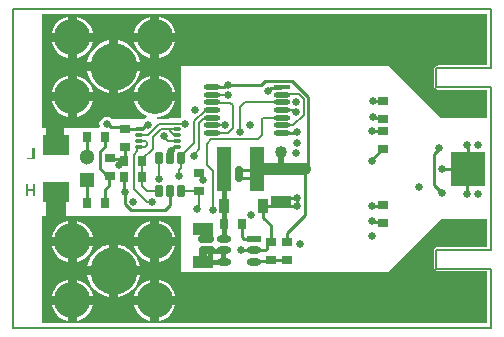
<source format=gbl>
G04*
G04 #@! TF.GenerationSoftware,Altium Limited,Altium Designer,20.0.11 (256)*
G04*
G04 Layer_Physical_Order=4*
G04 Layer_Color=9720587*
%FSLAX25Y25*%
%MOIN*%
G70*
G01*
G75*
%ADD11C,0.00600*%
%ADD28R,0.03543X0.02756*%
%ADD30R,0.02756X0.03543*%
G04:AMPARAMS|DCode=31|XSize=35.43mil|YSize=27.56mil|CornerRadius=4.13mil|HoleSize=0mil|Usage=FLASHONLY|Rotation=270.000|XOffset=0mil|YOffset=0mil|HoleType=Round|Shape=RoundedRectangle|*
%AMROUNDEDRECTD31*
21,1,0.03543,0.01929,0,0,270.0*
21,1,0.02717,0.02756,0,0,270.0*
1,1,0.00827,-0.00965,-0.01358*
1,1,0.00827,-0.00965,0.01358*
1,1,0.00827,0.00965,0.01358*
1,1,0.00827,0.00965,-0.01358*
%
%ADD31ROUNDEDRECTD31*%
G04:AMPARAMS|DCode=32|XSize=23.62mil|YSize=39.37mil|CornerRadius=2.01mil|HoleSize=0mil|Usage=FLASHONLY|Rotation=0.000|XOffset=0mil|YOffset=0mil|HoleType=Round|Shape=RoundedRectangle|*
%AMROUNDEDRECTD32*
21,1,0.02362,0.03535,0,0,0.0*
21,1,0.01961,0.03937,0,0,0.0*
1,1,0.00402,0.00980,-0.01768*
1,1,0.00402,-0.00980,-0.01768*
1,1,0.00402,-0.00980,0.01768*
1,1,0.00402,0.00980,0.01768*
%
%ADD32ROUNDEDRECTD32*%
%ADD33R,0.03543X0.04724*%
%ADD36R,0.11811X0.11811*%
G04:AMPARAMS|DCode=37|XSize=35.43mil|YSize=27.56mil|CornerRadius=4.13mil|HoleSize=0mil|Usage=FLASHONLY|Rotation=0.000|XOffset=0mil|YOffset=0mil|HoleType=Round|Shape=RoundedRectangle|*
%AMROUNDEDRECTD37*
21,1,0.03543,0.01929,0,0,0.0*
21,1,0.02717,0.02756,0,0,0.0*
1,1,0.00827,0.01358,-0.00965*
1,1,0.00827,-0.01358,-0.00965*
1,1,0.00827,-0.01358,0.00965*
1,1,0.00827,0.01358,0.00965*
%
%ADD37ROUNDEDRECTD37*%
%ADD40C,0.01000*%
%ADD41C,0.00700*%
%ADD42C,0.00800*%
%ADD43C,0.02500*%
%ADD44C,0.01500*%
%ADD45C,0.02000*%
%ADD46R,0.05118X0.05118*%
%ADD47C,0.05118*%
%ADD48C,0.12000*%
%ADD49C,0.15748*%
%ADD50C,0.02559*%
%ADD52R,0.08500X0.07000*%
%ADD53O,0.05512X0.01772*%
%ADD54R,0.05512X0.01772*%
%ADD55O,0.03150X0.01181*%
%ADD56R,0.06693X0.04331*%
%ADD57C,0.04000*%
%ADD58R,0.04724X0.14567*%
%ADD59R,0.04724X0.02362*%
%ADD60O,0.04724X0.02362*%
%ADD61C,0.04000*%
%ADD62R,0.07000X0.06500*%
%ADD63R,0.06100X0.06400*%
G36*
X157919Y87529D02*
X141842D01*
X141257Y87413D01*
X140761Y87081D01*
X140429Y86585D01*
X140313Y86000D01*
Y81000D01*
X140429Y80415D01*
X140761Y79919D01*
X141257Y79587D01*
X141842Y79471D01*
X157919D01*
Y69999D01*
X142549Y69999D01*
X125049Y87499D01*
X55949D01*
Y70061D01*
X55854Y69997D01*
X48172Y69854D01*
X48143Y70353D01*
X48701Y70408D01*
X50020Y70809D01*
X51236Y71459D01*
X52302Y72333D01*
X53177Y73399D01*
X53827Y74615D01*
X54188Y75807D01*
X47328D01*
X40468D01*
X40830Y74615D01*
X41480Y73399D01*
X42355Y72333D01*
X43420Y71459D01*
X44637Y70809D01*
X44723Y70782D01*
X44747Y70699D01*
X44395Y70119D01*
X43975Y70036D01*
X43575Y69768D01*
X33206Y69574D01*
X33130Y69688D01*
X32310Y70236D01*
X31343Y70428D01*
X30375Y70236D01*
X29555Y69688D01*
X29007Y68867D01*
X28814Y67900D01*
X28890Y67521D01*
X28658Y66700D01*
X10196Y66700D01*
X9843Y67054D01*
X9843Y69999D01*
Y104770D01*
X157919Y104770D01*
Y87529D01*
D02*
G37*
G36*
X55949Y18800D02*
X58702D01*
Y18584D01*
X67795D01*
Y18800D01*
X125049D01*
X142549Y36300D01*
X157919Y36300D01*
Y27029D01*
X141842D01*
X141257Y26913D01*
X140761Y26581D01*
X140429Y26085D01*
X140313Y25500D01*
Y20500D01*
X140429Y19915D01*
X140761Y19419D01*
X141257Y19087D01*
X141842Y18971D01*
X157919D01*
Y1529D01*
X9843Y1529D01*
Y37500D01*
X55949D01*
Y18800D01*
D02*
G37*
G36*
X7249Y56200D02*
X4544D01*
Y56850D01*
X6474D01*
Y60015D01*
X7249D01*
Y56200D01*
D02*
G37*
G36*
X7349Y44100D02*
X6574D01*
Y45780D01*
X5049D01*
Y44100D01*
X4274D01*
Y47945D01*
X5049D01*
Y46430D01*
X6574D01*
Y47945D01*
X7349D01*
Y44100D01*
D02*
G37*
%LPC*%
G36*
X21269Y103852D02*
Y98492D01*
X26629D01*
X26268Y99684D01*
X25618Y100900D01*
X24743Y101966D01*
X23677Y102841D01*
X22461Y103491D01*
X21269Y103852D01*
D02*
G37*
G36*
X18269Y103852D02*
X17077Y103491D01*
X15861Y102841D01*
X14796Y101966D01*
X13921Y100900D01*
X13271Y99684D01*
X12909Y98492D01*
X18269D01*
Y103852D01*
D02*
G37*
G36*
X48828D02*
Y98492D01*
X54188D01*
X53827Y99684D01*
X53177Y100900D01*
X52302Y101966D01*
X51236Y102841D01*
X50020Y103491D01*
X48828Y103852D01*
D02*
G37*
G36*
X45828Y103852D02*
X44637Y103491D01*
X43420Y102841D01*
X42355Y101966D01*
X41480Y100900D01*
X40830Y99684D01*
X40468Y98492D01*
X45828D01*
Y103852D01*
D02*
G37*
G36*
X18269Y95492D02*
X12909D01*
X13271Y94300D01*
X13921Y93084D01*
X14796Y92018D01*
X15861Y91144D01*
X17077Y90494D01*
X18269Y90132D01*
Y95492D01*
D02*
G37*
G36*
X54188Y95492D02*
X48828D01*
Y90132D01*
X50020Y90494D01*
X51236Y91144D01*
X52302Y92018D01*
X53177Y93084D01*
X53827Y94300D01*
X54188Y95492D01*
D02*
G37*
G36*
X45828D02*
X40468D01*
X40830Y94300D01*
X41480Y93084D01*
X42355Y92018D01*
X43420Y91144D01*
X44637Y90494D01*
X45828Y90132D01*
Y95492D01*
D02*
G37*
G36*
X26629Y95492D02*
X21269D01*
Y90132D01*
X22461Y90494D01*
X23677Y91144D01*
X24743Y92018D01*
X25618Y93084D01*
X26268Y94300D01*
X26629Y95492D01*
D02*
G37*
G36*
X35049Y95919D02*
Y88650D01*
X42318D01*
X42294Y88889D01*
X41787Y90562D01*
X40963Y92104D01*
X39854Y93455D01*
X38503Y94564D01*
X36961Y95388D01*
X35288Y95895D01*
X35049Y95919D01*
D02*
G37*
G36*
X32049D02*
X31809Y95895D01*
X30136Y95388D01*
X28595Y94564D01*
X27244Y93455D01*
X26135Y92104D01*
X25311Y90562D01*
X24803Y88889D01*
X24780Y88650D01*
X32049D01*
Y95919D01*
D02*
G37*
G36*
X21269Y84167D02*
Y78807D01*
X26629D01*
X26268Y79999D01*
X25618Y81215D01*
X24743Y82281D01*
X23677Y83156D01*
X22461Y83806D01*
X21269Y84167D01*
D02*
G37*
G36*
X18269Y84167D02*
X17077Y83806D01*
X15861Y83156D01*
X14796Y82281D01*
X13921Y81215D01*
X13271Y79999D01*
X12909Y78807D01*
X18269D01*
Y84167D01*
D02*
G37*
G36*
X48828Y84167D02*
Y78807D01*
X54188D01*
X53827Y79999D01*
X53177Y81215D01*
X52302Y82281D01*
X51236Y83156D01*
X50020Y83806D01*
X48828Y84167D01*
D02*
G37*
G36*
X45828Y84167D02*
X44637Y83806D01*
X43420Y83156D01*
X42355Y82281D01*
X41480Y81215D01*
X40830Y79999D01*
X40468Y78807D01*
X45828D01*
Y84167D01*
D02*
G37*
G36*
X42318Y85650D02*
X35049D01*
Y78380D01*
X35288Y78404D01*
X36961Y78911D01*
X38503Y79735D01*
X39854Y80844D01*
X40963Y82196D01*
X41787Y83737D01*
X42294Y85410D01*
X42318Y85650D01*
D02*
G37*
G36*
X32049D02*
X24780D01*
X24803Y85410D01*
X25311Y83737D01*
X26135Y82196D01*
X27244Y80844D01*
X28595Y79735D01*
X30136Y78911D01*
X31809Y78404D01*
X32049Y78380D01*
Y85650D01*
D02*
G37*
G36*
X18269Y75807D02*
X12909D01*
X13271Y74615D01*
X13921Y73399D01*
X14796Y72333D01*
X15861Y71459D01*
X17077Y70809D01*
X18269Y70447D01*
Y75807D01*
D02*
G37*
G36*
X26629D02*
X21269D01*
Y70447D01*
X22461Y70809D01*
X23677Y71459D01*
X24743Y72333D01*
X25618Y73399D01*
X26268Y74615D01*
X26629Y75807D01*
D02*
G37*
G36*
X21269Y35810D02*
Y30450D01*
X26629D01*
X26268Y31641D01*
X25618Y32857D01*
X24743Y33923D01*
X23677Y34798D01*
X22461Y35448D01*
X21269Y35810D01*
D02*
G37*
G36*
X18269Y35810D02*
X17077Y35448D01*
X15861Y34798D01*
X14796Y33923D01*
X13921Y32857D01*
X13271Y31641D01*
X12909Y30450D01*
X18269D01*
Y35810D01*
D02*
G37*
G36*
X48828D02*
Y30450D01*
X54188D01*
X53827Y31641D01*
X53177Y32857D01*
X52302Y33923D01*
X51236Y34798D01*
X50020Y35448D01*
X48828Y35810D01*
D02*
G37*
G36*
X45828Y35810D02*
X44637Y35448D01*
X43420Y34798D01*
X42355Y33923D01*
X41480Y32857D01*
X40830Y31641D01*
X40468Y30450D01*
X45828D01*
Y35810D01*
D02*
G37*
G36*
X18269Y27450D02*
X12909D01*
X13271Y26258D01*
X13921Y25042D01*
X14796Y23976D01*
X15861Y23101D01*
X17077Y22451D01*
X18269Y22090D01*
Y27450D01*
D02*
G37*
G36*
X54188Y27450D02*
X48828D01*
Y22090D01*
X50020Y22451D01*
X51236Y23101D01*
X52302Y23976D01*
X53177Y25042D01*
X53827Y26258D01*
X54188Y27450D01*
D02*
G37*
G36*
X45828D02*
X40468D01*
X40830Y26258D01*
X41480Y25042D01*
X42355Y23976D01*
X43420Y23101D01*
X44637Y22451D01*
X45828Y22090D01*
Y27450D01*
D02*
G37*
G36*
X26629Y27450D02*
X21269D01*
Y22090D01*
X22461Y22451D01*
X23677Y23101D01*
X24743Y23976D01*
X25618Y25042D01*
X26268Y26258D01*
X26629Y27450D01*
D02*
G37*
G36*
X35049Y27876D02*
Y20607D01*
X42318D01*
X42294Y20847D01*
X41787Y22520D01*
X40963Y24061D01*
X39854Y25412D01*
X38503Y26521D01*
X36961Y27345D01*
X35288Y27853D01*
X35049Y27876D01*
D02*
G37*
G36*
X32049D02*
X31809Y27853D01*
X30136Y27345D01*
X28595Y26521D01*
X27244Y25412D01*
X26135Y24061D01*
X25311Y22520D01*
X24803Y20847D01*
X24780Y20607D01*
X32049D01*
Y27876D01*
D02*
G37*
G36*
X21269Y16125D02*
Y10765D01*
X26629D01*
X26268Y11956D01*
X25618Y13172D01*
X24743Y14238D01*
X23677Y15113D01*
X22461Y15763D01*
X21269Y16125D01*
D02*
G37*
G36*
X18269Y16125D02*
X17077Y15763D01*
X15861Y15113D01*
X14796Y14238D01*
X13921Y13172D01*
X13271Y11956D01*
X12909Y10765D01*
X18269D01*
Y16125D01*
D02*
G37*
G36*
X48828Y16125D02*
Y10765D01*
X54188D01*
X53827Y11956D01*
X53177Y13172D01*
X52302Y14238D01*
X51236Y15113D01*
X50020Y15763D01*
X48828Y16125D01*
D02*
G37*
G36*
X45828Y16125D02*
X44637Y15763D01*
X43420Y15113D01*
X42355Y14238D01*
X41480Y13172D01*
X40830Y11956D01*
X40468Y10765D01*
X45828D01*
Y16125D01*
D02*
G37*
G36*
X42318Y17607D02*
X35049D01*
Y10338D01*
X35288Y10362D01*
X36961Y10869D01*
X38503Y11693D01*
X39854Y12802D01*
X40963Y14153D01*
X41787Y15695D01*
X42294Y17368D01*
X42318Y17607D01*
D02*
G37*
G36*
X32049D02*
X24780D01*
X24803Y17368D01*
X25311Y15695D01*
X26135Y14153D01*
X27244Y12802D01*
X28595Y11693D01*
X30136Y10869D01*
X31809Y10362D01*
X32049Y10338D01*
Y17607D01*
D02*
G37*
G36*
X18269Y7765D02*
X12909D01*
X13271Y6573D01*
X13921Y5357D01*
X14796Y4291D01*
X15861Y3416D01*
X17077Y2766D01*
X18269Y2405D01*
Y7765D01*
D02*
G37*
G36*
X45828Y7765D02*
X40468D01*
X40830Y6573D01*
X41480Y5357D01*
X42355Y4291D01*
X43420Y3416D01*
X44637Y2766D01*
X45828Y2405D01*
Y7765D01*
D02*
G37*
G36*
X54188D02*
X48828D01*
Y2405D01*
X50020Y2766D01*
X51236Y3416D01*
X52302Y4291D01*
X53177Y5357D01*
X53827Y6573D01*
X54188Y7765D01*
D02*
G37*
G36*
X26629Y7765D02*
X21269D01*
Y2405D01*
X22461Y2766D01*
X23677Y3416D01*
X24743Y4291D01*
X25618Y5357D01*
X26268Y6573D01*
X26629Y7765D01*
D02*
G37*
%LPD*%
D11*
X141149Y19685D02*
X159449D01*
X141149D02*
Y25984D01*
X159449Y50D02*
Y19685D01*
X141049Y86614D02*
X159449D01*
Y106250D01*
X141149Y25984D02*
X159449D01*
Y80315D01*
X141049D02*
X159449D01*
X141049D02*
Y86614D01*
X0Y0D02*
Y106299D01*
Y106299D02*
X159449Y106299D01*
X49Y0D02*
X159449Y0D01*
D28*
X123249Y65650D02*
D03*
Y59650D02*
D03*
X85949Y28650D02*
D03*
Y22650D02*
D03*
X91449D02*
D03*
Y28650D02*
D03*
D30*
X24805Y63600D02*
D03*
X30806D02*
D03*
X24705Y41700D02*
D03*
X30705D02*
D03*
X43149Y50250D02*
D03*
X37149D02*
D03*
D31*
Y55850D02*
D03*
X43149D02*
D03*
X76449Y34650D02*
D03*
X70449D02*
D03*
D32*
X52449Y56563D02*
D03*
X56189D02*
D03*
X48709D02*
D03*
X56189Y45736D02*
D03*
X52449D02*
D03*
X48709D02*
D03*
D33*
X83445Y40650D02*
D03*
X70453D02*
D03*
D36*
X151649Y53150D02*
D03*
D37*
X123249Y35050D02*
D03*
Y41050D02*
D03*
X123349Y75850D02*
D03*
Y69850D02*
D03*
X32305Y50600D02*
D03*
Y56600D02*
D03*
X37249Y60450D02*
D03*
Y66450D02*
D03*
X61949Y51750D02*
D03*
Y45750D02*
D03*
D40*
X81461Y52650D02*
Y53150D01*
Y50661D02*
Y52650D01*
X91449Y31850D02*
X97249Y37650D01*
Y53050D01*
X97549Y53350D01*
X50599Y39300D02*
X52449Y41150D01*
X37205Y41352D02*
X39257Y39300D01*
X50599D01*
X11349Y29986D02*
Y33800D01*
X19654Y29065D02*
X19769Y28950D01*
X12269Y29065D02*
X19654D01*
X11349Y29986D02*
X12269Y29065D01*
X14249Y36700D02*
Y45200D01*
X11349Y33800D02*
X14249Y36700D01*
X11849Y71600D02*
Y71700D01*
Y71600D02*
X14249Y69200D01*
Y60987D02*
Y69200D01*
X31931Y47325D02*
Y50581D01*
X30806Y46200D02*
X31931Y47325D01*
X30705Y41700D02*
X30806Y41800D01*
Y46200D01*
X31034Y51478D02*
X31931Y50581D01*
X28905Y53222D02*
Y58800D01*
Y53222D02*
X30650Y51478D01*
X31034D01*
X24705Y41700D02*
Y49169D01*
X24749Y49213D01*
X24777Y63572D02*
X24805Y63600D01*
X24777Y57115D02*
Y63572D01*
X24749Y57087D02*
X24777Y57115D01*
X32305Y56600D02*
X32681Y56225D01*
X36774D01*
X37149Y55850D01*
X30806Y60700D02*
Y63600D01*
X28905Y58800D02*
X30806Y60700D01*
X37177Y45228D02*
X37205Y45200D01*
X37177Y45228D02*
Y50221D01*
X37149Y50250D02*
X37177Y50221D01*
X37205Y41352D02*
Y45200D01*
X35243Y54200D02*
X35664D01*
X36042Y54578D01*
X36271D01*
X37149Y55456D01*
Y55850D01*
X31343Y67900D02*
X31764D01*
X32643Y67021D01*
X36677D01*
X37349Y66350D01*
X35243Y53778D02*
Y54200D01*
X32152Y56753D02*
X32305Y56600D01*
X52496Y58953D02*
X52543Y59000D01*
X52496Y56610D02*
Y58953D01*
X52449Y56563D02*
X52496Y56610D01*
X37349Y66350D02*
X42982D01*
X44644Y67402D02*
X44943Y67700D01*
X44034Y67402D02*
X44644D01*
X42982Y66350D02*
X44034Y67402D01*
X151449Y52950D02*
X151549Y53050D01*
X151449Y44650D02*
Y52950D01*
X151649Y53150D02*
Y60950D01*
X151449Y61150D02*
X151649Y60950D01*
X140369Y47729D02*
X142949Y45150D01*
X140369Y47729D02*
Y58148D01*
X141949Y59728D02*
Y60150D01*
X140369Y58148D02*
X141949Y59728D01*
X52449Y41150D02*
Y45736D01*
X97549Y53350D02*
X98528Y54329D01*
X62849Y32770D02*
X63149Y32470D01*
X151549Y53050D02*
X151649Y53150D01*
X142949Y53050D02*
X151549D01*
X120147Y55948D02*
Y56548D01*
X121977Y58772D02*
X122855Y59650D01*
X121977Y58378D02*
Y58772D01*
X120147Y56548D02*
X121977Y58378D01*
X122855Y59650D02*
X123249D01*
X98528Y54329D02*
Y77139D01*
X93195Y82473D02*
X98528Y77139D01*
X89449Y41929D02*
X90628Y40750D01*
X94649D01*
Y43450D01*
X85949Y28650D02*
Y34250D01*
X83445Y36754D02*
Y40650D01*
Y36754D02*
X85949Y34250D01*
X83445Y40650D02*
X88169D01*
X89449Y41929D01*
X89702Y65111D02*
X94610D01*
X89563Y64973D02*
X89702Y65111D01*
X94610D02*
X94749Y65250D01*
X62036Y51750D02*
X62914Y50872D01*
X61949Y51750D02*
X62036D01*
X62914Y49505D02*
Y50872D01*
Y49505D02*
X63212Y49207D01*
X62849Y32770D02*
X63249Y33170D01*
X71549Y81150D02*
X82549D01*
X71127D02*
X71549D01*
X63984Y33170D02*
X65649Y31505D01*
X63249Y33170D02*
X63984D01*
X53603Y60444D02*
X54547D01*
X52249Y59090D02*
X53603Y60444D01*
X83872Y82473D02*
X93195D01*
X82549Y81150D02*
X83872Y82473D01*
X84906Y79118D02*
X85328D01*
X86151Y79941D02*
X89177D01*
X85328Y79118D02*
X86151Y79941D01*
X89177D02*
X89563Y80327D01*
X119849Y55650D02*
X120147Y55948D01*
X122847Y35451D02*
X123249Y35050D01*
X120147Y35451D02*
X122847D01*
X119849Y35750D02*
X120147Y35451D01*
X123049Y40850D02*
X123249Y41050D01*
X120049Y40850D02*
X123049D01*
X119849Y40650D02*
X120049Y40850D01*
X119849Y65650D02*
X123249D01*
X123047Y70151D02*
X123349Y69850D01*
X120247Y70151D02*
X123047D01*
X119949Y70450D02*
X120247Y70151D01*
X123299Y75800D02*
X123349Y75850D01*
X119999Y75800D02*
X123299D01*
X119949Y75750D02*
X119999Y75800D01*
X123249Y65650D02*
X123249Y65650D01*
X37149Y55850D02*
X37199Y55900D01*
Y60400D01*
X37249Y60450D01*
X66335Y80327D02*
X66357Y80350D01*
X70327D01*
X71127Y81150D01*
X80961Y52650D02*
X81461Y53150D01*
X75249Y52650D02*
X80961D01*
X80949Y50150D02*
X81461Y50661D01*
X75249Y50150D02*
X80949D01*
X80291Y25910D02*
X84091D01*
X76189D02*
X80291D01*
X89449Y41929D02*
X90969Y43450D01*
X94649D01*
X91449Y28650D02*
Y31850D01*
X77149Y29650D02*
X80291D01*
X76449Y30350D02*
X77149Y29650D01*
X76449Y30350D02*
Y34650D01*
X85949Y22650D02*
X91449D01*
X85709Y22410D02*
X85949Y22650D01*
X80532Y22410D02*
X85709D01*
X80291Y22169D02*
X80532Y22410D01*
X85555Y28650D02*
X85949D01*
X84677Y27772D02*
X85555Y28650D01*
X84677Y26495D02*
Y27772D01*
X84091Y25910D02*
X84677Y26495D01*
D41*
X63585Y69885D02*
X66130D01*
X62194Y68494D02*
X63585Y69885D01*
X62194Y59595D02*
Y68494D01*
X61406Y39736D02*
Y39781D01*
X61756Y40131D01*
Y40957D01*
X61949Y41150D01*
Y45750D01*
X96878Y71041D02*
Y76456D01*
X93369Y67532D02*
X96878Y71041D01*
X89563Y67532D02*
X93369D01*
X66130Y69885D02*
X66335Y70091D01*
X66549Y39450D02*
Y52450D01*
X64549Y54450D02*
Y61350D01*
Y54450D02*
X66549Y52450D01*
Y39450D02*
X66567Y39432D01*
X48809Y68109D02*
X57491D01*
X45080Y64381D02*
X48809Y68109D01*
X41949Y64381D02*
X45080D01*
X82949Y69550D02*
X83490Y70091D01*
X82949Y64250D02*
Y69550D01*
X73278Y66543D02*
Y74220D01*
X81676Y62977D02*
X82949Y64250D01*
X66176Y62977D02*
X81676D01*
X71707Y64973D02*
X73278Y66543D01*
X83490Y70091D02*
X89563D01*
X60349Y57250D02*
Y57750D01*
X60549Y57950D01*
X62194Y59595D01*
X64549Y61350D02*
X66176Y62977D01*
X95455Y77879D02*
X96878Y76456D01*
X66549Y75150D02*
X72349D01*
X73278Y74220D01*
X89674Y77879D02*
X95455D01*
X89563Y77768D02*
X89674Y77879D01*
X56189Y45736D02*
X61935D01*
X61949Y45750D01*
X66335Y64973D02*
X71707D01*
D42*
X46649Y63750D02*
X49279Y66379D01*
X50381Y63804D02*
Y63862D01*
X50343Y63900D02*
X50381Y63862D01*
X52349Y65687D02*
Y66350D01*
Y65687D02*
X53655Y64381D01*
X54547D01*
X52319Y66379D02*
X52349Y66350D01*
X49279Y66379D02*
X52319D01*
X70840Y67541D02*
X70849Y67550D01*
X66335Y67532D02*
X66344Y67541D01*
X70840D01*
X56189Y53390D02*
Y57350D01*
X63945Y72464D02*
X66149D01*
X60457Y68976D02*
X63945Y72464D01*
X60457Y61619D02*
Y68976D01*
X56189Y57350D02*
X60457Y61619D01*
X46246Y42053D02*
X46349Y41950D01*
X44546Y42053D02*
X46246D01*
X40249Y46350D02*
X44546Y42053D01*
X40249Y46350D02*
Y57850D01*
X41521Y59122D01*
Y60268D01*
X41697Y60444D01*
X48667Y49792D02*
Y49868D01*
X48679Y49880D01*
Y56533D01*
X51772Y62413D02*
X54547D01*
X50381Y63804D02*
X51772Y62413D01*
X55349Y50550D02*
Y52550D01*
X56189Y53390D01*
X48679Y56533D02*
X48709Y56563D01*
X66149Y72464D02*
X66335Y72650D01*
X93336D02*
X93895Y72091D01*
X89563Y72650D02*
X93336D01*
X43149Y56243D02*
X46649Y59743D01*
Y63750D01*
X71840Y77759D02*
X71849Y77750D01*
X66344Y77759D02*
X71840D01*
X66335Y77768D02*
X66344Y77759D01*
X44549Y60913D02*
Y61944D01*
X41949Y60444D02*
X42022Y60517D01*
X44153D01*
X44549Y60913D01*
X41949Y62413D02*
X44080D01*
X44549Y61944D01*
X41697Y60444D02*
X41949D01*
X93895Y72091D02*
X94371D01*
X77308Y75209D02*
X89563D01*
X75649Y65450D02*
Y73550D01*
X44862Y45736D02*
X48709D01*
X43149Y47450D02*
X44862Y45736D01*
X43149Y47450D02*
Y50250D01*
Y55850D01*
Y56243D01*
X75649Y73550D02*
X77308Y75209D01*
X52349Y66350D02*
X54547D01*
D43*
X63249Y21950D02*
Y26150D01*
X66149D01*
X63149Y29550D02*
X65649D01*
X75249Y50150D02*
Y52650D01*
D44*
X65845Y25745D02*
X70284D01*
X63149Y29550D02*
Y32470D01*
X65845Y23365D02*
Y25745D01*
X64540Y22060D02*
X70339D01*
X65845Y25745D02*
X65845Y25745D01*
X70284D02*
X70449Y25910D01*
X65649Y29550D02*
Y31505D01*
X70144Y22169D02*
Y25604D01*
X70284Y25745D01*
X63359Y22060D02*
X64540D01*
X65845Y23365D01*
X70339Y22060D02*
X70449Y22169D01*
X63249Y21950D02*
X63359Y22060D01*
X70449Y34650D02*
Y53138D01*
X70437Y53150D02*
X70449Y53138D01*
Y29650D02*
Y34650D01*
D45*
X94749Y53150D02*
X94849D01*
X89449D02*
Y58650D01*
D46*
X24749Y49213D02*
D03*
D47*
Y57087D02*
D03*
D48*
X47328Y9265D02*
D03*
Y28950D02*
D03*
X19769D02*
D03*
Y9265D02*
D03*
X47328Y77307D02*
D03*
Y96992D02*
D03*
X19769D02*
D03*
Y77307D02*
D03*
D49*
X33549Y19107D02*
D03*
Y87150D02*
D03*
D50*
X40106Y42100D02*
D03*
X37205Y45200D02*
D03*
X31343Y67900D02*
D03*
X52543Y59000D02*
D03*
X50343Y63900D02*
D03*
X44943Y67700D02*
D03*
X35243Y54200D02*
D03*
X13949Y19150D02*
D03*
Y87150D02*
D03*
X154949Y44650D02*
D03*
Y61150D02*
D03*
X151449Y44650D02*
D03*
Y61150D02*
D03*
X70849Y67550D02*
D03*
X149035Y9650D02*
D03*
X152432D02*
D03*
X145639D02*
D03*
X142242D02*
D03*
X138845D02*
D03*
X135449D02*
D03*
X149035Y96650D02*
D03*
X152432D02*
D03*
X145639D02*
D03*
X142242D02*
D03*
X138845D02*
D03*
X135449D02*
D03*
X141449Y16650D02*
D03*
Y29150D02*
D03*
X140449Y77150D02*
D03*
Y89650D02*
D03*
X137949Y19150D02*
D03*
Y22150D02*
D03*
Y25150D02*
D03*
Y80650D02*
D03*
Y84150D02*
D03*
Y87650D02*
D03*
X142949Y45150D02*
D03*
X135449Y47150D02*
D03*
X78949Y67650D02*
D03*
X121623Y89150D02*
D03*
X125188D02*
D03*
X118057D02*
D03*
X114492D02*
D03*
X110927D02*
D03*
X100231D02*
D03*
X103797D02*
D03*
X107362D02*
D03*
X96666D02*
D03*
X93101D02*
D03*
X89536D02*
D03*
X78840D02*
D03*
X82405D02*
D03*
X85970D02*
D03*
X75275D02*
D03*
X71710D02*
D03*
X68144D02*
D03*
X61014D02*
D03*
X64579D02*
D03*
X57449D02*
D03*
X121623Y17150D02*
D03*
X125188D02*
D03*
X118057D02*
D03*
X114492D02*
D03*
X110927D02*
D03*
X100231D02*
D03*
X103797D02*
D03*
X107362D02*
D03*
X96666D02*
D03*
X93101D02*
D03*
X89536D02*
D03*
X78840D02*
D03*
X82405D02*
D03*
X85970D02*
D03*
X75275D02*
D03*
X71710D02*
D03*
X68144D02*
D03*
X61014D02*
D03*
X64579D02*
D03*
X57449D02*
D03*
X135570Y103150D02*
D03*
X132173D02*
D03*
X128776D02*
D03*
X118587D02*
D03*
X121983D02*
D03*
X125380D02*
D03*
X115190D02*
D03*
X111794D02*
D03*
X108397D02*
D03*
X98207D02*
D03*
X101604D02*
D03*
X105000D02*
D03*
X94811D02*
D03*
X91414D02*
D03*
X88018D02*
D03*
X77828D02*
D03*
X81225D02*
D03*
X84621D02*
D03*
X74432D02*
D03*
X71035D02*
D03*
X67638D02*
D03*
X60845D02*
D03*
X64242D02*
D03*
X57449D02*
D03*
Y3150D02*
D03*
X64242D02*
D03*
X60845D02*
D03*
X67638D02*
D03*
X71035D02*
D03*
X74432D02*
D03*
X84621D02*
D03*
X81225D02*
D03*
X77828D02*
D03*
X88018D02*
D03*
X91414D02*
D03*
X94811D02*
D03*
X105000D02*
D03*
X101604D02*
D03*
X98207D02*
D03*
X108397D02*
D03*
X111794D02*
D03*
X115190D02*
D03*
X125380D02*
D03*
X121983D02*
D03*
X118587D02*
D03*
X128776D02*
D03*
X132173D02*
D03*
X135570D02*
D03*
X52449Y19150D02*
D03*
X49949D02*
D03*
X47449D02*
D03*
X44949D02*
D03*
X37449Y4650D02*
D03*
X34949D02*
D03*
X32449D02*
D03*
X29949D02*
D03*
X36949Y33150D02*
D03*
X34449D02*
D03*
X31949D02*
D03*
X29449D02*
D03*
X21449Y19150D02*
D03*
X18949D02*
D03*
X16449D02*
D03*
X53449Y87150D02*
D03*
X50949D02*
D03*
X48449D02*
D03*
X45949D02*
D03*
X21449D02*
D03*
X18949D02*
D03*
X16449D02*
D03*
X37949Y103150D02*
D03*
X35449D02*
D03*
X32949D02*
D03*
X30449D02*
D03*
X37949Y72650D02*
D03*
X35449D02*
D03*
X32949D02*
D03*
X30449D02*
D03*
X155949Y6525D02*
D03*
Y9900D02*
D03*
Y13275D02*
D03*
Y99775D02*
D03*
Y96400D02*
D03*
Y93025D02*
D03*
X144349Y29150D02*
D03*
X147249D02*
D03*
X155949D02*
D03*
X153049D02*
D03*
X150149D02*
D03*
X143549Y77150D02*
D03*
X146649D02*
D03*
X155949D02*
D03*
X152849D02*
D03*
X149749D02*
D03*
X143549Y89650D02*
D03*
X146649D02*
D03*
X155949D02*
D03*
X152849D02*
D03*
X149749D02*
D03*
X138966Y3150D02*
D03*
X142363D02*
D03*
X145759D02*
D03*
X155949D02*
D03*
X152552D02*
D03*
X149156D02*
D03*
X138966Y103150D02*
D03*
X142363D02*
D03*
X145759D02*
D03*
X155949D02*
D03*
X152552D02*
D03*
X149156D02*
D03*
X144349Y16650D02*
D03*
X147249D02*
D03*
X155949D02*
D03*
X153049D02*
D03*
X150149D02*
D03*
X143449Y71650D02*
D03*
X145949D02*
D03*
X148449D02*
D03*
X155949D02*
D03*
X153449D02*
D03*
X150949D02*
D03*
Y34650D02*
D03*
X153449D02*
D03*
X155949D02*
D03*
X148449D02*
D03*
X145949D02*
D03*
X143449D02*
D03*
X60549Y72750D02*
D03*
X61406Y39736D02*
D03*
X46349Y41950D02*
D03*
X94469Y58379D02*
D03*
X48667Y49792D02*
D03*
X55349Y50550D02*
D03*
X142949Y53050D02*
D03*
X94649Y40750D02*
D03*
Y43450D02*
D03*
X97449Y53250D02*
D03*
X94749Y65250D02*
D03*
X94769Y61850D02*
D03*
X63212Y49207D02*
D03*
X63149Y29550D02*
D03*
X63249Y26150D02*
D03*
X66149D02*
D03*
X65649Y29550D02*
D03*
X66567Y39432D02*
D03*
X95549Y28050D02*
D03*
X84906Y79118D02*
D03*
X71849Y77750D02*
D03*
X94371Y72091D02*
D03*
X75649Y65450D02*
D03*
X71549Y81150D02*
D03*
X94449Y75450D02*
D03*
X119849Y35750D02*
D03*
Y40650D02*
D03*
Y55650D02*
D03*
X119649Y30650D02*
D03*
X119849Y65650D02*
D03*
X119949Y70450D02*
D03*
Y75750D02*
D03*
X60349Y57250D02*
D03*
X94849Y53150D02*
D03*
X57491Y68109D02*
D03*
X79349Y37750D02*
D03*
X75249Y52650D02*
D03*
Y50150D02*
D03*
X76189Y25910D02*
D03*
X141949Y60150D02*
D03*
D52*
X14249Y45200D02*
D03*
Y60987D02*
D03*
D53*
X66335Y64973D02*
D03*
Y67532D02*
D03*
Y70091D02*
D03*
Y72650D02*
D03*
Y75209D02*
D03*
Y77768D02*
D03*
Y80327D02*
D03*
X89563Y64973D02*
D03*
Y67532D02*
D03*
Y70091D02*
D03*
Y72650D02*
D03*
Y75209D02*
D03*
Y77768D02*
D03*
D54*
Y80327D02*
D03*
D55*
X41949Y64381D02*
D03*
Y66350D02*
D03*
Y62413D02*
D03*
Y60444D02*
D03*
X54547Y66350D02*
D03*
Y62413D02*
D03*
Y64381D02*
D03*
Y60444D02*
D03*
D56*
X89449Y53150D02*
D03*
Y41929D02*
D03*
X63249Y21950D02*
D03*
Y33170D02*
D03*
D57*
X89449Y58650D02*
D03*
D58*
X81461Y53150D02*
D03*
X70437D02*
D03*
D59*
X80291Y29650D02*
D03*
D60*
Y25910D02*
D03*
Y22169D02*
D03*
X70449D02*
D03*
Y29650D02*
D03*
Y25910D02*
D03*
D61*
X94849Y53150D02*
X97349D01*
X89449D02*
X94749D01*
X81461D02*
X89449D01*
D62*
X14349Y39450D02*
D03*
D63*
X13999Y64500D02*
D03*
M02*

</source>
